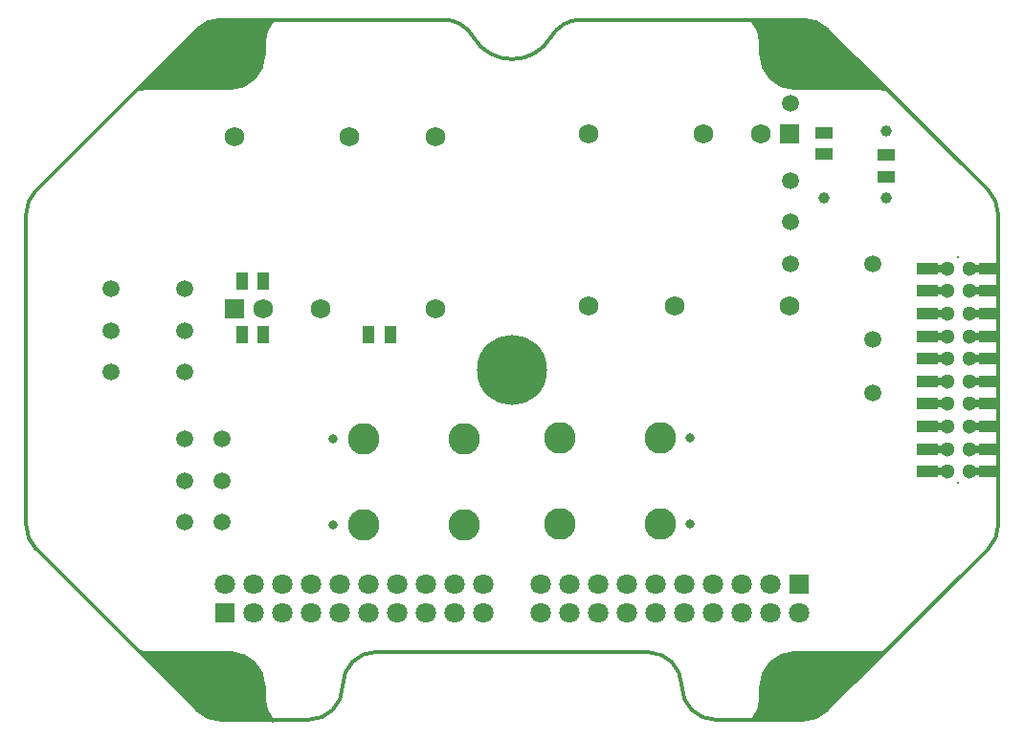
<source format=gbs>
G04*
G04 #@! TF.GenerationSoftware,Altium Limited,Altium Designer,22.1.2 (22)*
G04*
G04 Layer_Color=16711935*
%FSAX42Y42*%
%MOMM*%
G71*
G04*
G04 #@! TF.SameCoordinates,E4BEF061-03AA-43A3-B299-508BB52D99EE*
G04*
G04*
G04 #@! TF.FilePolarity,Negative*
G04*
G01*
G75*
%ADD11C,0.30*%
%ADD16R,1.00X1.50*%
%ADD21R,1.73X1.73*%
%ADD22C,1.73*%
%ADD23C,1.30*%
%ADD24C,0.20*%
%ADD25C,1.80*%
%ADD26R,1.80X1.80*%
%ADD27C,2.80*%
%ADD28C,1.50*%
%ADD29C,1.00*%
%ADD30C,6.20*%
%ADD31C,4.20*%
%ADD32C,0.80*%
%ADD72R,1.50X1.00*%
%ADD73R,1.83X1.02*%
%ADD74R,1.70X0.70*%
G36*
X004077Y001824D02*
X004077Y001824D01*
X004077Y001824D01*
X004097Y001824D01*
X004136Y001819D01*
X004173Y001809D01*
X004210Y001794D01*
X004243Y001774D01*
X004275Y001750D01*
X004302Y001723D01*
X004326Y001692D01*
X004346Y001658D01*
X004361Y001621D01*
X004371Y001584D01*
X004376Y001545D01*
X004376Y001525D01*
X004376Y001525D01*
X004374Y001506D01*
X004374Y001467D01*
X004376Y001429D01*
X004382Y001391D01*
X004391Y001353D01*
X004402Y001317D01*
X004417Y001281D01*
X004434Y001247D01*
X004436Y001243D01*
X004429Y001230D01*
X004387Y001229D01*
X004275Y001229D01*
X004162Y001229D01*
X004050Y001229D01*
X003994Y001230D01*
X003985Y001230D01*
X003967Y001231D01*
X003949Y001233D01*
X003931Y001236D01*
X003922Y001239D01*
Y001239D01*
X003917Y001240D01*
X003907Y001243D01*
X003898Y001246D01*
X003888Y001250D01*
X003884Y001252D01*
X003884Y001252D01*
X003876Y001254D01*
X003861Y001261D01*
X003846Y001269D01*
X003832Y001277D01*
X003825Y001282D01*
X003796Y001306D01*
X003794Y001307D01*
X003790Y001311D01*
X003784Y001317D01*
X003288Y001813D01*
X003293Y001825D01*
X004077Y001824D01*
D02*
G37*
G36*
X004397Y007430D02*
X004441Y007430D01*
X004448Y007417D01*
X004446Y007413D01*
X004426Y007379D01*
X004409Y007343D01*
X004395Y007307D01*
X004385Y007269D01*
X004377Y007230D01*
X004372Y007191D01*
X004371Y007151D01*
X004371Y007132D01*
X004371Y007132D01*
X004371Y007132D01*
X004372Y007112D01*
X004368Y007073D01*
X004359Y007034D01*
X004344Y006997D01*
X004325Y006963D01*
X004301Y006931D01*
X004273Y006903D01*
X004241Y006879D01*
X004207Y006860D01*
X004170Y006845D01*
X004131Y006836D01*
X004092Y006832D01*
X004072Y006833D01*
Y006833D01*
X004072Y006833D01*
X004072Y006833D01*
X003276Y006818D01*
X003271Y006830D01*
X003779Y007338D01*
X003789Y007347D01*
X003794Y007352D01*
X003821Y007375D01*
X003827Y007380D01*
X003841Y007388D01*
X003854Y007396D01*
X003869Y007402D01*
X003876Y007405D01*
X003881Y007407D01*
X003891Y007411D01*
X003901Y007415D01*
X003905Y007416D01*
X003916Y007419D01*
X003916Y007419D01*
X003928Y007422D01*
X003941Y007425D01*
X003958Y007428D01*
X003975Y007430D01*
X003984Y007430D01*
X003984Y007430D01*
X004043Y007430D01*
X004161Y007431D01*
X004279Y007431D01*
X004397Y007430D01*
D02*
G37*
G36*
X009855Y001814D02*
X009360Y001319D01*
X009353Y001312D01*
X009350Y001309D01*
X009348Y001307D01*
X009318Y001283D01*
X009311Y001278D01*
X009297Y001270D01*
X009283Y001262D01*
X009268Y001256D01*
X009260Y001253D01*
X009260Y001253D01*
X009255Y001251D01*
X009246Y001247D01*
X009236Y001244D01*
X009226Y001241D01*
X009222Y001240D01*
Y001240D01*
X009213Y001238D01*
X009195Y001234D01*
X009177Y001232D01*
X009159Y001231D01*
X009150Y001231D01*
X009094Y001231D01*
X008981Y001230D01*
X008869Y001230D01*
X008756Y001231D01*
X008715Y001231D01*
X008707Y001244D01*
X008710Y001248D01*
X008727Y001282D01*
X008741Y001318D01*
X008753Y001355D01*
X008762Y001392D01*
X008767Y001430D01*
X008770Y001469D01*
X008769Y001507D01*
X008768Y001526D01*
X008768Y001526D01*
X008768Y001546D01*
X008773Y001585D01*
X008783Y001623D01*
X008798Y001659D01*
X008817Y001693D01*
X008841Y001724D01*
X008869Y001752D01*
X008900Y001775D01*
X008934Y001795D01*
X008970Y001810D01*
X009008Y001820D01*
X009047Y001825D01*
X009066Y001825D01*
X009066Y001825D01*
X009066Y001825D01*
X009850Y001826D01*
X009855Y001814D01*
D02*
G37*
G36*
X008987Y007432D02*
X009105Y007432D01*
X009164Y007432D01*
X009164Y007432D01*
X009172Y007431D01*
X009189Y007430D01*
X009206Y007427D01*
X009223Y007423D01*
X009231Y007421D01*
X009236Y007420D01*
X009246Y007416D01*
X009257Y007413D01*
X009266Y007409D01*
X009271Y007407D01*
X009279Y007404D01*
X009293Y007397D01*
X009307Y007390D01*
X009320Y007382D01*
X009327Y007377D01*
X009354Y007354D01*
X009359Y007349D01*
X009368Y007340D01*
X009876Y006832D01*
X009871Y006820D01*
X009075Y006835D01*
X009055Y006834D01*
X009016Y006838D01*
X008978Y006847D01*
X008941Y006862D01*
X008906Y006881D01*
X008874Y006905D01*
X008846Y006933D01*
X008823Y006964D01*
X008803Y006999D01*
X008789Y007036D01*
X008780Y007074D01*
X008776Y007114D01*
X008777Y007134D01*
X008777Y007134D01*
X008777Y007134D01*
X008777Y007153D01*
X008775Y007193D01*
X008771Y007232D01*
X008763Y007270D01*
X008752Y007308D01*
X008738Y007345D01*
X008721Y007381D01*
X008702Y007415D01*
X008699Y007419D01*
X008706Y007432D01*
X008750Y007432D01*
X008868Y007432D01*
X008987Y007432D01*
D02*
G37*
D11*
X008773Y007125D02*
G03*
X009073Y006825I000300J000000D01*
G01*
Y001825D02*
G03*
X008773Y001525I000000J-000300D01*
G01*
X009880Y006819D02*
G03*
X009817Y006825I-000062J-000293D01*
G01*
Y001825D02*
G03*
X009864Y001829I000000J000300D01*
G01*
X008703Y001232D02*
G03*
X008773Y001425I-000230J000193D01*
G01*
X004073Y006825D02*
G03*
X004373Y007125I000000J000300D01*
G01*
Y001425D02*
G03*
X004450Y001224I000300J000000D01*
G01*
X008773Y007225D02*
G03*
X008694Y007428I-000300J000000D01*
G01*
X004450Y007426D02*
G03*
X004373Y007225I000223J-000201D01*
G01*
Y001525D02*
G03*
X004073Y001825I-000300J000000D01*
G01*
X003329Y006825D02*
G03*
X003261Y006817I000000J-000300D01*
G01*
X003277Y001830D02*
G03*
X003329Y001825I000052J000295D01*
G01*
X003782Y001320D02*
G03*
X003994Y001232I000212J000212D01*
G01*
X002270Y002957D02*
G03*
X002358Y002745I000300J000000D01*
G01*
X007176Y007432D02*
G03*
X006916Y007282I000000J-000300D01*
G01*
X006224D02*
G03*
X006916Y007282I000346J000200D01*
G01*
X008070Y001532D02*
G03*
X007770Y001833I-000300J000000D01*
G01*
X002358Y005920D02*
G03*
X002270Y005708I000212J-000212D01*
G01*
X003994Y007432D02*
G03*
X003782Y007345I000000J-000300D01*
G01*
X010782Y002745D02*
G03*
X010870Y002957I-000212J000212D01*
G01*
X009146Y001232D02*
G03*
X009358Y001320I000000J000300D01*
G01*
X008070Y001532D02*
G03*
X008370Y001232I000300J000000D01*
G01*
X004770D02*
G03*
X005070Y001532I000000J000300D01*
G01*
X010870Y005708D02*
G03*
X010782Y005920I-000300J000000D01*
G01*
X006224Y007282D02*
G03*
X005964Y007432I-000260J-000150D01*
G01*
X005370Y001833D02*
G03*
X005070Y001532I000000J-000300D01*
G01*
X009358Y007345D02*
G03*
X009146Y007432I-000212J-000212D01*
G01*
X009073Y006825D02*
X009817D01*
X009073Y001825D02*
X009817D01*
X008773Y007125D02*
Y007225D01*
Y001425D02*
Y001525D01*
X004373Y007125D02*
Y007225D01*
Y001425D02*
Y001525D01*
X003329Y006825D02*
X004073D01*
X003329Y001825D02*
X004073D01*
X005370Y001833D02*
X007770D01*
X007176Y007432D02*
X009146D01*
X002358Y005920D02*
X003782Y007345D01*
X002358Y002745D02*
X003782Y001320D01*
X008370Y001232D02*
X009146D01*
X003994Y007432D02*
X005964D01*
X009358Y007345D02*
X010782Y005920D01*
X009358Y001320D02*
X010782Y002745D01*
X003994Y001232D02*
X004770D01*
X010870Y002957D02*
Y005708D01*
X002270Y002957D02*
Y005708D01*
D16*
X004178Y005120D02*
D03*
X004368D02*
D03*
X005490Y004645D02*
D03*
X005300D02*
D03*
X004368D02*
D03*
X004178D02*
D03*
D21*
X004114Y004870D02*
D03*
X009026Y006422D02*
D03*
D22*
X004368Y004870D02*
D03*
X004876D02*
D03*
X005892D02*
D03*
Y006394D02*
D03*
X005130D02*
D03*
X004114D02*
D03*
X008772Y006422D02*
D03*
X008264D02*
D03*
X007248D02*
D03*
Y004898D02*
D03*
X008010D02*
D03*
X009026D02*
D03*
D23*
X010618Y003430D02*
D03*
X010418D02*
D03*
X010618Y003630D02*
D03*
X010418D02*
D03*
X010618Y003830D02*
D03*
X010418D02*
D03*
X010618Y004030D02*
D03*
X010418D02*
D03*
Y005230D02*
D03*
X010618D02*
D03*
X010418Y005030D02*
D03*
X010618D02*
D03*
X010418Y004830D02*
D03*
X010618D02*
D03*
X010418Y004630D02*
D03*
X010618D02*
D03*
X010418Y004430D02*
D03*
X010618D02*
D03*
X010418Y004230D02*
D03*
X010618D02*
D03*
D24*
X010518Y005330D02*
D03*
Y003330D02*
D03*
D25*
X006316Y002176D02*
D03*
Y002430D02*
D03*
X005554D02*
D03*
X006062Y002176D02*
D03*
Y002430D02*
D03*
X005808Y002176D02*
D03*
Y002430D02*
D03*
X005554Y002176D02*
D03*
X004792Y002430D02*
D03*
X005300Y002176D02*
D03*
Y002430D02*
D03*
X005046Y002176D02*
D03*
Y002430D02*
D03*
X004792Y002176D02*
D03*
X004030Y002430D02*
D03*
X004284Y002176D02*
D03*
Y002430D02*
D03*
X004538Y002176D02*
D03*
Y002430D02*
D03*
X006824Y002430D02*
D03*
Y002176D02*
D03*
X007586D02*
D03*
X007078Y002430D02*
D03*
Y002176D02*
D03*
X007332Y002430D02*
D03*
Y002176D02*
D03*
X007586Y002430D02*
D03*
X008348Y002176D02*
D03*
X007840Y002430D02*
D03*
Y002176D02*
D03*
X008094Y002430D02*
D03*
Y002176D02*
D03*
X008348Y002430D02*
D03*
X009110Y002176D02*
D03*
X008856Y002430D02*
D03*
Y002176D02*
D03*
X008602Y002430D02*
D03*
Y002176D02*
D03*
D26*
X004030Y002176D02*
D03*
X009110Y002430D02*
D03*
D27*
X006993Y003727D02*
D03*
X007882D02*
D03*
X006142Y002960D02*
D03*
X005253D02*
D03*
Y003722D02*
D03*
X006142D02*
D03*
X006993Y002965D02*
D03*
X007882D02*
D03*
D28*
X003020Y004680D02*
D03*
Y005047D02*
D03*
Y004310D02*
D03*
X003670Y004680D02*
D03*
Y005047D02*
D03*
Y004310D02*
D03*
X004000Y002980D02*
D03*
Y003717D02*
D03*
Y003350D02*
D03*
X003670Y002980D02*
D03*
Y003717D02*
D03*
Y003350D02*
D03*
X009757Y005267D02*
D03*
X009032Y006690D02*
D03*
X009757Y004597D02*
D03*
X009032Y005638D02*
D03*
Y006005D02*
D03*
Y005267D02*
D03*
X009757Y004125D02*
D03*
D29*
X009880Y006450D02*
D03*
Y005852D02*
D03*
X009330D02*
D03*
D30*
X006570Y004330D02*
D03*
D31*
X009070Y007130D02*
D03*
X004070D02*
D03*
X009070Y001530D02*
D03*
X004070D02*
D03*
D32*
X008143Y003732D02*
D03*
Y002970D02*
D03*
X004983Y003722D02*
D03*
Y002960D02*
D03*
D72*
X009880Y006232D02*
D03*
Y006042D02*
D03*
X009330Y006240D02*
D03*
Y006430D02*
D03*
D73*
X010793Y003830D02*
D03*
Y003430D02*
D03*
Y003630D02*
D03*
Y004030D02*
D03*
Y004830D02*
D03*
Y004430D02*
D03*
Y004230D02*
D03*
Y004630D02*
D03*
Y005230D02*
D03*
Y005030D02*
D03*
X010243D02*
D03*
Y004430D02*
D03*
Y004230D02*
D03*
Y004630D02*
D03*
Y004830D02*
D03*
Y004030D02*
D03*
Y003830D02*
D03*
Y003430D02*
D03*
Y003630D02*
D03*
Y005230D02*
D03*
D74*
X010683Y005230D02*
D03*
Y005030D02*
D03*
Y004830D02*
D03*
Y004630D02*
D03*
Y004430D02*
D03*
Y004230D02*
D03*
Y004030D02*
D03*
Y003830D02*
D03*
Y003630D02*
D03*
X010353Y005230D02*
D03*
Y005030D02*
D03*
Y004830D02*
D03*
Y004630D02*
D03*
Y004430D02*
D03*
Y004230D02*
D03*
Y004030D02*
D03*
Y003830D02*
D03*
Y003630D02*
D03*
Y003430D02*
D03*
X010683D02*
D03*
M02*

</source>
